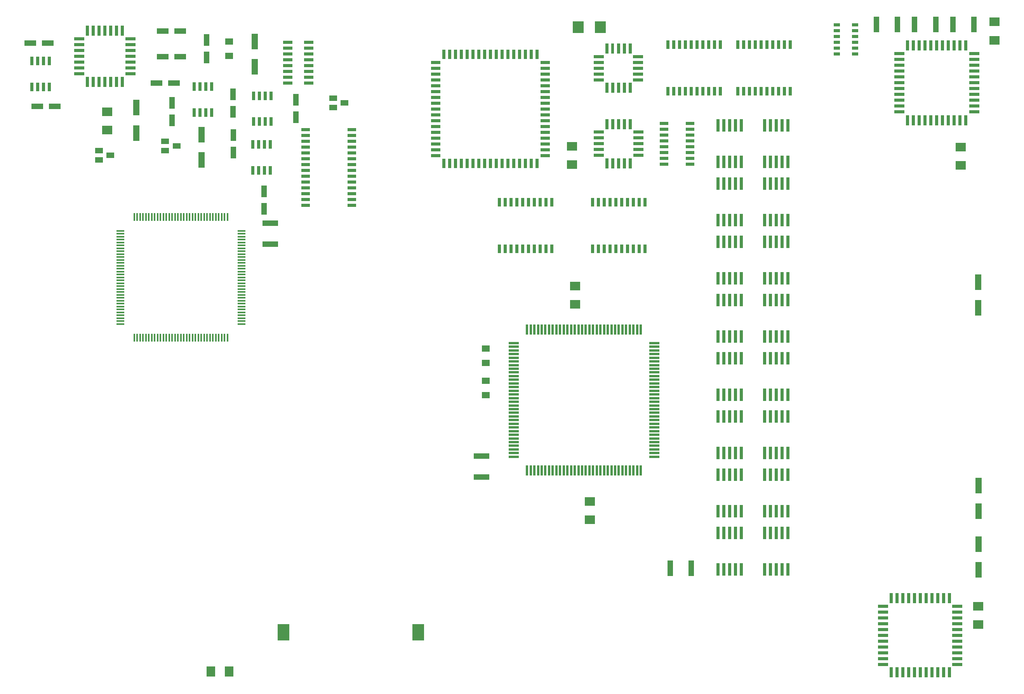
<source format=gbr>
%FSLAX34Y34*%
%MOMM*%
%LNSMDMASK_TOP*%
G71*
G01*
%ADD10R,0.640X2.200*%
%ADD11R,2.200X0.640*%
%ADD12R,0.700X2.800*%
%ADD13R,2.200X0.500*%
%ADD14R,0.500X2.200*%
%ADD15R,1.900X0.700*%
%ADD16R,0.700X1.900*%
%ADD17R,0.640X2.100*%
%ADD18R,2.100X0.640*%
%ADD19R,1.700X1.200*%
%ADD20R,0.450X1.800*%
%ADD21R,1.800X0.450*%
%ADD22R,1.400X3.400*%
%ADD23R,2.600X1.300*%
%ADD24R,1.300X2.600*%
%ADD25R,2.300X1.900*%
%ADD26R,1.900X2.300*%
%ADD27R,1.800X1.400*%
%ADD28R,2.400X2.600*%
%ADD29R,1.300X3.500*%
%ADD30R,3.500X1.300*%
%ADD31R,1.450X0.750*%
%ADD32R,2.100X0.800*%
%ADD33R,2.600X3.600*%
%LPD*%
X2074366Y622969D02*
G54D10*
D03*
X2087066Y622969D02*
G54D10*
D03*
X2099766Y622969D02*
G54D10*
D03*
X2112466Y622969D02*
G54D10*
D03*
X2125168Y622969D02*
G54D10*
D03*
X2137868Y622969D02*
G54D10*
D03*
X2155962Y641263D02*
G54D11*
D03*
X2155962Y653963D02*
G54D11*
D03*
X2155962Y666663D02*
G54D11*
D03*
X2155962Y679363D02*
G54D11*
D03*
X2155962Y692063D02*
G54D11*
D03*
X2155962Y704763D02*
G54D11*
D03*
X2155962Y717463D02*
G54D11*
D03*
X2155962Y730163D02*
G54D11*
D03*
X2155962Y742863D02*
G54D11*
D03*
X2155962Y755563D02*
G54D11*
D03*
X2155962Y768263D02*
G54D11*
D03*
X2137868Y786358D02*
G54D10*
D03*
X2125168Y786358D02*
G54D10*
D03*
X2112466Y786358D02*
G54D10*
D03*
X2099766Y786358D02*
G54D10*
D03*
X2087066Y786358D02*
G54D10*
D03*
X2074366Y786358D02*
G54D10*
D03*
X2061666Y786358D02*
G54D10*
D03*
X2048966Y786358D02*
G54D10*
D03*
X2036266Y786358D02*
G54D10*
D03*
X2023566Y786358D02*
G54D10*
D03*
X2010866Y786358D02*
G54D10*
D03*
X1992572Y768263D02*
G54D11*
D03*
X1992572Y755563D02*
G54D11*
D03*
X1992572Y742863D02*
G54D11*
D03*
X1992572Y730163D02*
G54D11*
D03*
X1992572Y717463D02*
G54D11*
D03*
X1992572Y704763D02*
G54D11*
D03*
X1992572Y692063D02*
G54D11*
D03*
X1992572Y679363D02*
G54D11*
D03*
X1992572Y666663D02*
G54D11*
D03*
X1992572Y653963D02*
G54D11*
D03*
X1992572Y641263D02*
G54D11*
D03*
X2010866Y622969D02*
G54D10*
D03*
X2023566Y622969D02*
G54D10*
D03*
X2036266Y622969D02*
G54D10*
D03*
X2048966Y622969D02*
G54D10*
D03*
X2061666Y622969D02*
G54D10*
D03*
X2119174Y-500464D02*
G54D11*
D03*
X2119174Y-487764D02*
G54D11*
D03*
X2119174Y-475064D02*
G54D11*
D03*
X2119174Y-462364D02*
G54D11*
D03*
X2119174Y-449664D02*
G54D11*
D03*
X2119174Y-436964D02*
G54D11*
D03*
X2101672Y-419464D02*
G54D10*
D03*
X2088973Y-419464D02*
G54D10*
D03*
X2076273Y-419464D02*
G54D10*
D03*
X2063573Y-419464D02*
G54D10*
D03*
X2050873Y-419464D02*
G54D10*
D03*
X2038173Y-419464D02*
G54D10*
D03*
X2025473Y-419464D02*
G54D10*
D03*
X2012773Y-419464D02*
G54D10*
D03*
X2000073Y-419464D02*
G54D10*
D03*
X1987373Y-419464D02*
G54D10*
D03*
X1974673Y-419464D02*
G54D10*
D03*
X1957173Y-436964D02*
G54D11*
D03*
X1957173Y-449664D02*
G54D11*
D03*
X1957173Y-462364D02*
G54D11*
D03*
X1957173Y-475064D02*
G54D11*
D03*
X1957173Y-487764D02*
G54D11*
D03*
X1957173Y-500464D02*
G54D11*
D03*
X1957173Y-513164D02*
G54D11*
D03*
X1957173Y-525864D02*
G54D11*
D03*
X1957173Y-538564D02*
G54D11*
D03*
X1957173Y-551264D02*
G54D11*
D03*
X1957173Y-563964D02*
G54D11*
D03*
X1974673Y-581464D02*
G54D10*
D03*
X1987373Y-581464D02*
G54D10*
D03*
X2000073Y-581464D02*
G54D10*
D03*
X2012773Y-581464D02*
G54D10*
D03*
X2025473Y-581464D02*
G54D10*
D03*
X2038173Y-581464D02*
G54D10*
D03*
X2050873Y-581464D02*
G54D10*
D03*
X2063573Y-581464D02*
G54D10*
D03*
X2076273Y-581464D02*
G54D10*
D03*
X2088973Y-581464D02*
G54D10*
D03*
X2101672Y-581464D02*
G54D10*
D03*
X2119174Y-563964D02*
G54D11*
D03*
X2119174Y-551264D02*
G54D11*
D03*
X2119174Y-538564D02*
G54D11*
D03*
X2119174Y-525864D02*
G54D11*
D03*
X2119174Y-513164D02*
G54D11*
D03*
X1597095Y531900D02*
G54D12*
D03*
X1609795Y531900D02*
G54D12*
D03*
X1622495Y531900D02*
G54D12*
D03*
X1635195Y531900D02*
G54D12*
D03*
X1647895Y531900D02*
G54D12*
D03*
X1698695Y531900D02*
G54D12*
D03*
X1711395Y531900D02*
G54D12*
D03*
X1724095Y531900D02*
G54D12*
D03*
X1736795Y531900D02*
G54D12*
D03*
X1749495Y531900D02*
G54D12*
D03*
X1749495Y611837D02*
G54D12*
D03*
X1736795Y611837D02*
G54D12*
D03*
X1724095Y611837D02*
G54D12*
D03*
X1711395Y611837D02*
G54D12*
D03*
X1698695Y611837D02*
G54D12*
D03*
X1647895Y611837D02*
G54D12*
D03*
X1635195Y611837D02*
G54D12*
D03*
X1622495Y611837D02*
G54D12*
D03*
X1609795Y611837D02*
G54D12*
D03*
X1597095Y611837D02*
G54D12*
D03*
X1597095Y404900D02*
G54D12*
D03*
X1609795Y404900D02*
G54D12*
D03*
X1622495Y404900D02*
G54D12*
D03*
X1635195Y404900D02*
G54D12*
D03*
X1647895Y404900D02*
G54D12*
D03*
X1698695Y404900D02*
G54D12*
D03*
X1711395Y404900D02*
G54D12*
D03*
X1724095Y404900D02*
G54D12*
D03*
X1736795Y404900D02*
G54D12*
D03*
X1749495Y404900D02*
G54D12*
D03*
X1749495Y484837D02*
G54D12*
D03*
X1736795Y484837D02*
G54D12*
D03*
X1724095Y484837D02*
G54D12*
D03*
X1711395Y484837D02*
G54D12*
D03*
X1698695Y484837D02*
G54D12*
D03*
X1647895Y484837D02*
G54D12*
D03*
X1635195Y484837D02*
G54D12*
D03*
X1622495Y484837D02*
G54D12*
D03*
X1609795Y484837D02*
G54D12*
D03*
X1597095Y484837D02*
G54D12*
D03*
X1597095Y277900D02*
G54D12*
D03*
X1609795Y277900D02*
G54D12*
D03*
X1622495Y277900D02*
G54D12*
D03*
X1635195Y277900D02*
G54D12*
D03*
X1647895Y277900D02*
G54D12*
D03*
X1698695Y277900D02*
G54D12*
D03*
X1711395Y277900D02*
G54D12*
D03*
X1724095Y277900D02*
G54D12*
D03*
X1736795Y277900D02*
G54D12*
D03*
X1749495Y277900D02*
G54D12*
D03*
X1749495Y357837D02*
G54D12*
D03*
X1736795Y357837D02*
G54D12*
D03*
X1724095Y357837D02*
G54D12*
D03*
X1711395Y357837D02*
G54D12*
D03*
X1698695Y357837D02*
G54D12*
D03*
X1647895Y357837D02*
G54D12*
D03*
X1635195Y357837D02*
G54D12*
D03*
X1622495Y357837D02*
G54D12*
D03*
X1609795Y357837D02*
G54D12*
D03*
X1597095Y357837D02*
G54D12*
D03*
X1597095Y150900D02*
G54D12*
D03*
X1609795Y150900D02*
G54D12*
D03*
X1622495Y150900D02*
G54D12*
D03*
X1635195Y150900D02*
G54D12*
D03*
X1647895Y150900D02*
G54D12*
D03*
X1698695Y150900D02*
G54D12*
D03*
X1711395Y150900D02*
G54D12*
D03*
X1724095Y150900D02*
G54D12*
D03*
X1736795Y150900D02*
G54D12*
D03*
X1749495Y150900D02*
G54D12*
D03*
X1749495Y230837D02*
G54D12*
D03*
X1736795Y230837D02*
G54D12*
D03*
X1724095Y230837D02*
G54D12*
D03*
X1711395Y230837D02*
G54D12*
D03*
X1698695Y230837D02*
G54D12*
D03*
X1647895Y230837D02*
G54D12*
D03*
X1635195Y230837D02*
G54D12*
D03*
X1622495Y230837D02*
G54D12*
D03*
X1609795Y230837D02*
G54D12*
D03*
X1597095Y230837D02*
G54D12*
D03*
X1597095Y23900D02*
G54D12*
D03*
X1609795Y23900D02*
G54D12*
D03*
X1622495Y23900D02*
G54D12*
D03*
X1635195Y23900D02*
G54D12*
D03*
X1647895Y23900D02*
G54D12*
D03*
X1698695Y23900D02*
G54D12*
D03*
X1711395Y23900D02*
G54D12*
D03*
X1724095Y23900D02*
G54D12*
D03*
X1736795Y23900D02*
G54D12*
D03*
X1749495Y23900D02*
G54D12*
D03*
X1749495Y103838D02*
G54D12*
D03*
X1736795Y103838D02*
G54D12*
D03*
X1724095Y103838D02*
G54D12*
D03*
X1711395Y103838D02*
G54D12*
D03*
X1698695Y103838D02*
G54D12*
D03*
X1647895Y103838D02*
G54D12*
D03*
X1635195Y103838D02*
G54D12*
D03*
X1622495Y103838D02*
G54D12*
D03*
X1609795Y103838D02*
G54D12*
D03*
X1597095Y103838D02*
G54D12*
D03*
X1597095Y-103100D02*
G54D12*
D03*
X1609795Y-103100D02*
G54D12*
D03*
X1622495Y-103100D02*
G54D12*
D03*
X1635195Y-103100D02*
G54D12*
D03*
X1647895Y-103100D02*
G54D12*
D03*
X1698695Y-103100D02*
G54D12*
D03*
X1711395Y-103100D02*
G54D12*
D03*
X1724095Y-103100D02*
G54D12*
D03*
X1736795Y-103100D02*
G54D12*
D03*
X1749495Y-103100D02*
G54D12*
D03*
X1749495Y-23162D02*
G54D12*
D03*
X1736795Y-23162D02*
G54D12*
D03*
X1724095Y-23162D02*
G54D12*
D03*
X1711395Y-23162D02*
G54D12*
D03*
X1698695Y-23162D02*
G54D12*
D03*
X1647895Y-23162D02*
G54D12*
D03*
X1635195Y-23162D02*
G54D12*
D03*
X1622495Y-23162D02*
G54D12*
D03*
X1609795Y-23162D02*
G54D12*
D03*
X1597095Y-23162D02*
G54D12*
D03*
X1597095Y-230100D02*
G54D12*
D03*
X1609795Y-230100D02*
G54D12*
D03*
X1622495Y-230100D02*
G54D12*
D03*
X1635195Y-230100D02*
G54D12*
D03*
X1647895Y-230100D02*
G54D12*
D03*
X1698695Y-230100D02*
G54D12*
D03*
X1711395Y-230100D02*
G54D12*
D03*
X1724095Y-230100D02*
G54D12*
D03*
X1736795Y-230100D02*
G54D12*
D03*
X1749495Y-230100D02*
G54D12*
D03*
X1749495Y-150162D02*
G54D12*
D03*
X1736795Y-150162D02*
G54D12*
D03*
X1724095Y-150162D02*
G54D12*
D03*
X1711395Y-150162D02*
G54D12*
D03*
X1698695Y-150162D02*
G54D12*
D03*
X1647895Y-150162D02*
G54D12*
D03*
X1635195Y-150162D02*
G54D12*
D03*
X1622495Y-150162D02*
G54D12*
D03*
X1609795Y-150162D02*
G54D12*
D03*
X1597095Y-150162D02*
G54D12*
D03*
X1597095Y-357100D02*
G54D12*
D03*
X1609795Y-357100D02*
G54D12*
D03*
X1622495Y-357100D02*
G54D12*
D03*
X1635195Y-357100D02*
G54D12*
D03*
X1647895Y-357100D02*
G54D12*
D03*
X1698695Y-357100D02*
G54D12*
D03*
X1711395Y-357100D02*
G54D12*
D03*
X1724095Y-357100D02*
G54D12*
D03*
X1736795Y-357100D02*
G54D12*
D03*
X1749495Y-357100D02*
G54D12*
D03*
X1749495Y-277163D02*
G54D12*
D03*
X1736795Y-277163D02*
G54D12*
D03*
X1724095Y-277163D02*
G54D12*
D03*
X1711395Y-277163D02*
G54D12*
D03*
X1698695Y-277163D02*
G54D12*
D03*
X1647895Y-277163D02*
G54D12*
D03*
X1635195Y-277163D02*
G54D12*
D03*
X1622495Y-277163D02*
G54D12*
D03*
X1609795Y-277163D02*
G54D12*
D03*
X1597095Y-277163D02*
G54D12*
D03*
X1151556Y136957D02*
G54D13*
D03*
X1151556Y128957D02*
G54D13*
D03*
X1151556Y120957D02*
G54D13*
D03*
X1151556Y112957D02*
G54D13*
D03*
X1151556Y104957D02*
G54D13*
D03*
X1151556Y96957D02*
G54D13*
D03*
X1151556Y88957D02*
G54D13*
D03*
X1151556Y80957D02*
G54D13*
D03*
X1151556Y72957D02*
G54D13*
D03*
X1151556Y64957D02*
G54D13*
D03*
X1151556Y56957D02*
G54D13*
D03*
X1151556Y48957D02*
G54D13*
D03*
X1151556Y40957D02*
G54D13*
D03*
X1151556Y32957D02*
G54D13*
D03*
X1151556Y24957D02*
G54D13*
D03*
X1151556Y16957D02*
G54D13*
D03*
X1151556Y8957D02*
G54D13*
D03*
X1151556Y957D02*
G54D13*
D03*
X1151556Y-7043D02*
G54D13*
D03*
X1151556Y-15044D02*
G54D13*
D03*
X1151556Y-23044D02*
G54D13*
D03*
X1151556Y-31044D02*
G54D13*
D03*
X1151556Y-39044D02*
G54D13*
D03*
X1151556Y-47044D02*
G54D13*
D03*
X1151556Y-55043D02*
G54D13*
D03*
X1151556Y-63043D02*
G54D13*
D03*
X1151556Y-71043D02*
G54D13*
D03*
X1151556Y-79043D02*
G54D13*
D03*
X1151556Y-87043D02*
G54D13*
D03*
X1151556Y-95043D02*
G54D13*
D03*
X1151556Y-103043D02*
G54D13*
D03*
X1151556Y-111043D02*
G54D13*
D03*
X1180937Y-140425D02*
G54D14*
D03*
X1188937Y-140425D02*
G54D14*
D03*
X1196937Y-140425D02*
G54D14*
D03*
X1204937Y-140425D02*
G54D14*
D03*
X1212937Y-140425D02*
G54D14*
D03*
X1220937Y-140425D02*
G54D14*
D03*
X1228937Y-140425D02*
G54D14*
D03*
X1236937Y-140425D02*
G54D14*
D03*
X1244937Y-140425D02*
G54D14*
D03*
X1252937Y-140425D02*
G54D14*
D03*
X1260937Y-140425D02*
G54D14*
D03*
X1268937Y-140425D02*
G54D14*
D03*
X1276937Y-140425D02*
G54D14*
D03*
X1284937Y-140425D02*
G54D14*
D03*
X1292937Y-140425D02*
G54D14*
D03*
X1300937Y-140425D02*
G54D14*
D03*
X1308937Y-140425D02*
G54D14*
D03*
X1316937Y-140425D02*
G54D14*
D03*
X1324937Y-140425D02*
G54D14*
D03*
X1332937Y-140425D02*
G54D14*
D03*
X1340937Y-140425D02*
G54D14*
D03*
X1348937Y-140425D02*
G54D14*
D03*
X1356937Y-140425D02*
G54D14*
D03*
X1364936Y-140425D02*
G54D14*
D03*
X1372936Y-140425D02*
G54D14*
D03*
X1380936Y-140425D02*
G54D14*
D03*
X1388936Y-140425D02*
G54D14*
D03*
X1396936Y-140425D02*
G54D14*
D03*
X1404936Y-140425D02*
G54D14*
D03*
X1412936Y-140425D02*
G54D14*
D03*
X1420936Y-140425D02*
G54D14*
D03*
X1428936Y-140425D02*
G54D14*
D03*
X1458318Y-111043D02*
G54D13*
D03*
X1458318Y-103043D02*
G54D13*
D03*
X1458318Y-95043D02*
G54D13*
D03*
X1458318Y-87043D02*
G54D13*
D03*
X1458318Y-79043D02*
G54D13*
D03*
X1458318Y-71043D02*
G54D13*
D03*
X1458318Y-63043D02*
G54D13*
D03*
X1458318Y-55043D02*
G54D13*
D03*
X1458318Y-47044D02*
G54D13*
D03*
X1458318Y-39044D02*
G54D13*
D03*
X1458318Y-31044D02*
G54D13*
D03*
X1458318Y-23044D02*
G54D13*
D03*
X1458318Y-15044D02*
G54D13*
D03*
X1458318Y-7043D02*
G54D13*
D03*
X1458318Y957D02*
G54D13*
D03*
X1458318Y8957D02*
G54D13*
D03*
X1458318Y16957D02*
G54D13*
D03*
X1458318Y24957D02*
G54D13*
D03*
X1458318Y32957D02*
G54D13*
D03*
X1458318Y40957D02*
G54D13*
D03*
X1458318Y48957D02*
G54D13*
D03*
X1458318Y56957D02*
G54D13*
D03*
X1458318Y64957D02*
G54D13*
D03*
X1458318Y72957D02*
G54D13*
D03*
X1458318Y80957D02*
G54D13*
D03*
X1458318Y88957D02*
G54D13*
D03*
X1458318Y96957D02*
G54D13*
D03*
X1458318Y104957D02*
G54D13*
D03*
X1458318Y112957D02*
G54D13*
D03*
X1458318Y120957D02*
G54D13*
D03*
X1458318Y128957D02*
G54D13*
D03*
X1458318Y136957D02*
G54D13*
D03*
X1428936Y166338D02*
G54D14*
D03*
X1420936Y166338D02*
G54D14*
D03*
X1412936Y166338D02*
G54D14*
D03*
X1404936Y166338D02*
G54D14*
D03*
X1396936Y166338D02*
G54D14*
D03*
X1388936Y166338D02*
G54D14*
D03*
X1380936Y166338D02*
G54D14*
D03*
X1372936Y166338D02*
G54D14*
D03*
X1364936Y166338D02*
G54D14*
D03*
X1356937Y166338D02*
G54D14*
D03*
X1348937Y166338D02*
G54D14*
D03*
X1340937Y166338D02*
G54D14*
D03*
X1332937Y166338D02*
G54D14*
D03*
X1324937Y166338D02*
G54D14*
D03*
X1316937Y166338D02*
G54D14*
D03*
X1308937Y166338D02*
G54D14*
D03*
X1300937Y166338D02*
G54D14*
D03*
X1292937Y166338D02*
G54D14*
D03*
X1284937Y166338D02*
G54D14*
D03*
X1276937Y166338D02*
G54D14*
D03*
X1268937Y166338D02*
G54D14*
D03*
X1260937Y166338D02*
G54D14*
D03*
X1252937Y166338D02*
G54D14*
D03*
X1244937Y166338D02*
G54D14*
D03*
X1236937Y166338D02*
G54D14*
D03*
X1228937Y166338D02*
G54D14*
D03*
X1220937Y166338D02*
G54D14*
D03*
X1212937Y166338D02*
G54D14*
D03*
X1204937Y166338D02*
G54D14*
D03*
X1196937Y166338D02*
G54D14*
D03*
X1188937Y166338D02*
G54D14*
D03*
X1180937Y166338D02*
G54D14*
D03*
X1380301Y614742D02*
G54D10*
D03*
X1367601Y614742D02*
G54D10*
D03*
X1354901Y614742D02*
G54D10*
D03*
X1337301Y597142D02*
G54D11*
D03*
X1337301Y584442D02*
G54D11*
D03*
X1337301Y571742D02*
G54D11*
D03*
X1337301Y559042D02*
G54D11*
D03*
X1337301Y546342D02*
G54D11*
D03*
X1354901Y528742D02*
G54D10*
D03*
X1367601Y528742D02*
G54D10*
D03*
X1380301Y528742D02*
G54D10*
D03*
X1393001Y528742D02*
G54D10*
D03*
X1405701Y528742D02*
G54D10*
D03*
X1423301Y546342D02*
G54D11*
D03*
X1423301Y559042D02*
G54D11*
D03*
X1423301Y571742D02*
G54D11*
D03*
X1423301Y584442D02*
G54D11*
D03*
X1423301Y597142D02*
G54D11*
D03*
X1405701Y614742D02*
G54D10*
D03*
X1393001Y614742D02*
G54D10*
D03*
X1380268Y693624D02*
G54D10*
D03*
X1392967Y693624D02*
G54D10*
D03*
X1405668Y693624D02*
G54D10*
D03*
X1423268Y711224D02*
G54D11*
D03*
X1423268Y723924D02*
G54D11*
D03*
X1423268Y736624D02*
G54D11*
D03*
X1423268Y749324D02*
G54D11*
D03*
X1423268Y762024D02*
G54D11*
D03*
X1405668Y779624D02*
G54D10*
D03*
X1392968Y779624D02*
G54D10*
D03*
X1380268Y779624D02*
G54D10*
D03*
G36*
X1364367Y790624D02*
X1370767Y790624D01*
X1370768Y768624D01*
X1364368Y768624D01*
X1364367Y790624D01*
G37*
X1354868Y779624D02*
G54D10*
D03*
X1337268Y762024D02*
G54D11*
D03*
X1337268Y749324D02*
G54D11*
D03*
X1337268Y736624D02*
G54D11*
D03*
X1337268Y723924D02*
G54D11*
D03*
X1337268Y711224D02*
G54D11*
D03*
X1354868Y693624D02*
G54D10*
D03*
X1367568Y693624D02*
G54D10*
D03*
X1535911Y527520D02*
G54D15*
D03*
X1535911Y540219D02*
G54D15*
D03*
X1535911Y552919D02*
G54D15*
D03*
X1535911Y565619D02*
G54D15*
D03*
X1535911Y578319D02*
G54D15*
D03*
X1535911Y591019D02*
G54D15*
D03*
X1535911Y603719D02*
G54D15*
D03*
X1535911Y616419D02*
G54D15*
D03*
X1479561Y616419D02*
G54D15*
D03*
X1479561Y603719D02*
G54D15*
D03*
X1479561Y591019D02*
G54D15*
D03*
X1479561Y578319D02*
G54D15*
D03*
X1479561Y565619D02*
G54D15*
D03*
X1479561Y552919D02*
G54D15*
D03*
X1479561Y540219D02*
G54D15*
D03*
X1479561Y527520D02*
G54D15*
D03*
X1488227Y686072D02*
G54D16*
D03*
X1500927Y686072D02*
G54D16*
D03*
X1513627Y686072D02*
G54D16*
D03*
X1526327Y686072D02*
G54D16*
D03*
X1539027Y686072D02*
G54D16*
D03*
X1551727Y686072D02*
G54D16*
D03*
X1564427Y686072D02*
G54D16*
D03*
X1577127Y686072D02*
G54D16*
D03*
X1589827Y686072D02*
G54D16*
D03*
X1602527Y686072D02*
G54D16*
D03*
X1602527Y787598D02*
G54D16*
D03*
X1589827Y787598D02*
G54D16*
D03*
X1577127Y787598D02*
G54D16*
D03*
X1564427Y787598D02*
G54D16*
D03*
X1551727Y787598D02*
G54D16*
D03*
X1539027Y787598D02*
G54D16*
D03*
X1526327Y787598D02*
G54D16*
D03*
X1513627Y787598D02*
G54D16*
D03*
X1500927Y787598D02*
G54D16*
D03*
X1488227Y787598D02*
G54D16*
D03*
X1640627Y686072D02*
G54D16*
D03*
X1653327Y686072D02*
G54D16*
D03*
X1666027Y686072D02*
G54D16*
D03*
X1678727Y686072D02*
G54D16*
D03*
X1691427Y686072D02*
G54D16*
D03*
X1704127Y686072D02*
G54D16*
D03*
X1716827Y686072D02*
G54D16*
D03*
X1729527Y686072D02*
G54D16*
D03*
X1742227Y686072D02*
G54D16*
D03*
X1754927Y686072D02*
G54D16*
D03*
X1754927Y787598D02*
G54D16*
D03*
X1742227Y787598D02*
G54D16*
D03*
X1729527Y787598D02*
G54D16*
D03*
X1716827Y787598D02*
G54D16*
D03*
X1704127Y787598D02*
G54D16*
D03*
X1691427Y787598D02*
G54D16*
D03*
X1678727Y787598D02*
G54D16*
D03*
X1666027Y787598D02*
G54D16*
D03*
X1653327Y787598D02*
G54D16*
D03*
X1640627Y787598D02*
G54D16*
D03*
X1100818Y528526D02*
G54D17*
D03*
X1113518Y528526D02*
G54D17*
D03*
X1126218Y528526D02*
G54D17*
D03*
X1138918Y528526D02*
G54D17*
D03*
X1151618Y528526D02*
G54D17*
D03*
X1164318Y528526D02*
G54D17*
D03*
X1177018Y528526D02*
G54D17*
D03*
X1189718Y528526D02*
G54D17*
D03*
X1202418Y528526D02*
G54D17*
D03*
X1220215Y546124D02*
G54D18*
D03*
X1220215Y558824D02*
G54D18*
D03*
X1220215Y571524D02*
G54D18*
D03*
X1220215Y584224D02*
G54D18*
D03*
X1220215Y596924D02*
G54D18*
D03*
X1220215Y609624D02*
G54D18*
D03*
X1220215Y622324D02*
G54D18*
D03*
X1220215Y635024D02*
G54D18*
D03*
X1220215Y647724D02*
G54D18*
D03*
X1220215Y660424D02*
G54D18*
D03*
X1220215Y673124D02*
G54D18*
D03*
X1220215Y685824D02*
G54D18*
D03*
X1220215Y698524D02*
G54D18*
D03*
X1220215Y711224D02*
G54D18*
D03*
X1220215Y723924D02*
G54D18*
D03*
X1220215Y736624D02*
G54D18*
D03*
X1220215Y749324D02*
G54D18*
D03*
X1202418Y767120D02*
G54D17*
D03*
X1189718Y767120D02*
G54D17*
D03*
X1177018Y767120D02*
G54D17*
D03*
X1164318Y767120D02*
G54D17*
D03*
X1151618Y767120D02*
G54D17*
D03*
X1138918Y767120D02*
G54D17*
D03*
X1126218Y767120D02*
G54D17*
D03*
X1113518Y767120D02*
G54D17*
D03*
X1100818Y767120D02*
G54D17*
D03*
X1088118Y767120D02*
G54D17*
D03*
X1075418Y767120D02*
G54D17*
D03*
X1062718Y767120D02*
G54D17*
D03*
X1050018Y767120D02*
G54D17*
D03*
X1037318Y767120D02*
G54D17*
D03*
X1024618Y767120D02*
G54D17*
D03*
X1011918Y767120D02*
G54D17*
D03*
X999218Y767120D02*
G54D17*
D03*
X981421Y749324D02*
G54D18*
D03*
X981421Y736624D02*
G54D18*
D03*
X981421Y723924D02*
G54D18*
D03*
X981421Y711224D02*
G54D18*
D03*
X981421Y698524D02*
G54D18*
D03*
X981421Y685824D02*
G54D18*
D03*
X981421Y673124D02*
G54D18*
D03*
X981421Y660424D02*
G54D18*
D03*
X981421Y647724D02*
G54D18*
D03*
X981421Y635024D02*
G54D18*
D03*
X981421Y622324D02*
G54D18*
D03*
X981421Y609624D02*
G54D18*
D03*
X981421Y596924D02*
G54D18*
D03*
X981421Y584224D02*
G54D18*
D03*
X981421Y571524D02*
G54D18*
D03*
X981421Y558824D02*
G54D18*
D03*
X981421Y546124D02*
G54D18*
D03*
X999218Y528526D02*
G54D17*
D03*
X1011918Y528526D02*
G54D17*
D03*
X1024618Y528526D02*
G54D17*
D03*
X1037318Y528526D02*
G54D17*
D03*
X1050018Y528526D02*
G54D17*
D03*
X1062718Y528526D02*
G54D17*
D03*
X1075418Y528526D02*
G54D17*
D03*
X1088118Y528526D02*
G54D17*
D03*
X1120673Y342958D02*
G54D16*
D03*
X1133373Y342958D02*
G54D16*
D03*
X1146073Y342958D02*
G54D16*
D03*
X1158773Y342958D02*
G54D16*
D03*
X1171473Y342958D02*
G54D16*
D03*
X1184173Y342958D02*
G54D16*
D03*
X1196873Y342958D02*
G54D16*
D03*
X1209573Y342958D02*
G54D16*
D03*
X1222273Y342958D02*
G54D16*
D03*
X1234973Y342958D02*
G54D16*
D03*
X1234973Y444482D02*
G54D16*
D03*
X1222273Y444482D02*
G54D16*
D03*
X1209573Y444482D02*
G54D16*
D03*
X1196873Y444482D02*
G54D16*
D03*
X1184173Y444482D02*
G54D16*
D03*
X1171473Y444482D02*
G54D16*
D03*
X1158773Y444482D02*
G54D16*
D03*
X1146073Y444482D02*
G54D16*
D03*
X1133373Y444482D02*
G54D16*
D03*
X1120673Y444482D02*
G54D16*
D03*
X1323873Y342958D02*
G54D16*
D03*
X1336573Y342958D02*
G54D16*
D03*
X1349273Y342958D02*
G54D16*
D03*
X1361973Y342958D02*
G54D16*
D03*
X1374673Y342958D02*
G54D16*
D03*
X1387373Y342958D02*
G54D16*
D03*
X1400073Y342958D02*
G54D16*
D03*
X1412773Y342958D02*
G54D16*
D03*
X1425473Y342958D02*
G54D16*
D03*
X1438173Y342958D02*
G54D16*
D03*
X1438173Y444482D02*
G54D16*
D03*
X1425473Y444482D02*
G54D16*
D03*
X1412773Y444482D02*
G54D16*
D03*
X1400073Y444482D02*
G54D16*
D03*
X1387373Y444482D02*
G54D16*
D03*
X1374673Y444482D02*
G54D16*
D03*
X1361973Y444482D02*
G54D16*
D03*
X1349273Y444482D02*
G54D16*
D03*
X1336573Y444482D02*
G54D16*
D03*
X1323873Y444482D02*
G54D16*
D03*
X798947Y437728D02*
G54D15*
D03*
X798947Y450428D02*
G54D15*
D03*
X798947Y463128D02*
G54D15*
D03*
X798947Y475828D02*
G54D15*
D03*
X798947Y488528D02*
G54D15*
D03*
X798947Y501228D02*
G54D15*
D03*
X798947Y513928D02*
G54D15*
D03*
X798947Y526628D02*
G54D15*
D03*
X798947Y539328D02*
G54D15*
D03*
X798947Y552028D02*
G54D15*
D03*
X798947Y564728D02*
G54D15*
D03*
X798947Y577427D02*
G54D15*
D03*
X798947Y590126D02*
G54D15*
D03*
X798947Y602826D02*
G54D15*
D03*
X698185Y602826D02*
G54D15*
D03*
X698185Y590126D02*
G54D15*
D03*
X698185Y577427D02*
G54D15*
D03*
X698185Y564728D02*
G54D15*
D03*
X698185Y552028D02*
G54D15*
D03*
X698185Y539328D02*
G54D15*
D03*
X698185Y526628D02*
G54D15*
D03*
X698185Y513928D02*
G54D15*
D03*
X698185Y501228D02*
G54D15*
D03*
X698185Y488528D02*
G54D15*
D03*
X698185Y475828D02*
G54D15*
D03*
X698185Y463128D02*
G54D15*
D03*
X698185Y450428D02*
G54D15*
D03*
X698185Y437728D02*
G54D15*
D03*
X316121Y762608D02*
G54D11*
D03*
X316121Y775308D02*
G54D11*
D03*
X316121Y788008D02*
G54D11*
D03*
X316121Y800708D02*
G54D11*
D03*
X298221Y818608D02*
G54D10*
D03*
X285521Y818608D02*
G54D10*
D03*
X272821Y818608D02*
G54D10*
D03*
X260121Y818608D02*
G54D10*
D03*
X247421Y818608D02*
G54D10*
D03*
X234721Y818608D02*
G54D10*
D03*
X222021Y818608D02*
G54D10*
D03*
X204121Y800708D02*
G54D11*
D03*
X204121Y788008D02*
G54D11*
D03*
X204121Y775308D02*
G54D11*
D03*
X204121Y762608D02*
G54D11*
D03*
X204121Y749908D02*
G54D11*
D03*
X204121Y737208D02*
G54D11*
D03*
X204121Y724508D02*
G54D11*
D03*
X222021Y706608D02*
G54D10*
D03*
X234721Y706608D02*
G54D10*
D03*
X247421Y706608D02*
G54D10*
D03*
X260121Y706608D02*
G54D10*
D03*
X272821Y706608D02*
G54D10*
D03*
X285521Y706608D02*
G54D10*
D03*
X298221Y706608D02*
G54D10*
D03*
X316121Y724508D02*
G54D11*
D03*
X316121Y737208D02*
G54D11*
D03*
X316121Y749908D02*
G54D11*
D03*
X139010Y751972D02*
G54D16*
D03*
X126310Y751972D02*
G54D16*
D03*
X113610Y751972D02*
G54D16*
D03*
X100910Y751972D02*
G54D16*
D03*
X100910Y695622D02*
G54D16*
D03*
X113610Y695622D02*
G54D16*
D03*
X126310Y695622D02*
G54D16*
D03*
X139010Y695622D02*
G54D16*
D03*
X492919Y696365D02*
G54D16*
D03*
X480219Y696365D02*
G54D16*
D03*
X467519Y696365D02*
G54D16*
D03*
X454819Y696365D02*
G54D16*
D03*
X454819Y640015D02*
G54D16*
D03*
X467519Y640015D02*
G54D16*
D03*
X480219Y640015D02*
G54D16*
D03*
X492919Y640015D02*
G54D16*
D03*
X582613Y513809D02*
G54D16*
D03*
X595313Y513809D02*
G54D16*
D03*
X608013Y513809D02*
G54D16*
D03*
X620713Y513809D02*
G54D16*
D03*
X620713Y570159D02*
G54D16*
D03*
X608013Y570159D02*
G54D16*
D03*
X595313Y570159D02*
G54D16*
D03*
X582613Y570159D02*
G54D16*
D03*
X584994Y620171D02*
G54D16*
D03*
X597694Y620171D02*
G54D16*
D03*
X610394Y620171D02*
G54D16*
D03*
X623094Y620171D02*
G54D16*
D03*
X623094Y676521D02*
G54D16*
D03*
X610394Y676521D02*
G54D16*
D03*
X597694Y676521D02*
G54D16*
D03*
X584994Y676521D02*
G54D16*
D03*
X757863Y670772D02*
G54D19*
D03*
X757863Y650772D02*
G54D19*
D03*
X782625Y660772D02*
G54D19*
D03*
X391944Y577110D02*
G54D19*
D03*
X391944Y557110D02*
G54D19*
D03*
X416706Y567110D02*
G54D19*
D03*
X247879Y556869D02*
G54D19*
D03*
X247879Y536869D02*
G54D19*
D03*
X272641Y546869D02*
G54D19*
D03*
X324416Y148354D02*
G54D20*
D03*
X330816Y148354D02*
G54D20*
D03*
X337116Y148354D02*
G54D20*
D03*
X343416Y148354D02*
G54D20*
D03*
X349816Y148354D02*
G54D20*
D03*
X356216Y148354D02*
G54D20*
D03*
X362516Y148354D02*
G54D20*
D03*
X368816Y148354D02*
G54D20*
D03*
X375216Y148354D02*
G54D20*
D03*
X381616Y148354D02*
G54D20*
D03*
X387916Y148354D02*
G54D20*
D03*
X394216Y148354D02*
G54D20*
D03*
X400616Y148354D02*
G54D20*
D03*
X407016Y148354D02*
G54D20*
D03*
X413316Y148354D02*
G54D20*
D03*
X419616Y148354D02*
G54D20*
D03*
X426016Y148354D02*
G54D20*
D03*
X432416Y148354D02*
G54D20*
D03*
X438716Y148354D02*
G54D20*
D03*
X445016Y148354D02*
G54D20*
D03*
X451416Y148354D02*
G54D20*
D03*
X457816Y148354D02*
G54D20*
D03*
X464116Y148354D02*
G54D20*
D03*
X470416Y148354D02*
G54D20*
D03*
X476816Y148354D02*
G54D20*
D03*
X483216Y148354D02*
G54D20*
D03*
X489516Y148354D02*
G54D20*
D03*
X495816Y148354D02*
G54D20*
D03*
X502216Y148354D02*
G54D20*
D03*
X508616Y148354D02*
G54D20*
D03*
X514916Y148354D02*
G54D20*
D03*
X521216Y148354D02*
G54D20*
D03*
X527616Y148354D02*
G54D20*
D03*
X558016Y178754D02*
G54D21*
D03*
X558016Y185154D02*
G54D21*
D03*
X558016Y191454D02*
G54D21*
D03*
X558016Y197754D02*
G54D21*
D03*
X558016Y204154D02*
G54D21*
D03*
X558016Y210554D02*
G54D21*
D03*
X558016Y216854D02*
G54D21*
D03*
X558016Y223154D02*
G54D21*
D03*
X558016Y229554D02*
G54D21*
D03*
X558016Y235954D02*
G54D21*
D03*
X558016Y242254D02*
G54D21*
D03*
X558016Y248554D02*
G54D21*
D03*
X558016Y254954D02*
G54D21*
D03*
X558016Y261354D02*
G54D21*
D03*
X558016Y267654D02*
G54D21*
D03*
X558016Y273954D02*
G54D21*
D03*
X558016Y280354D02*
G54D21*
D03*
X558016Y286754D02*
G54D21*
D03*
X558016Y293054D02*
G54D21*
D03*
X558016Y299354D02*
G54D21*
D03*
X558016Y305754D02*
G54D21*
D03*
X558016Y312154D02*
G54D21*
D03*
X558016Y318454D02*
G54D21*
D03*
X558016Y324754D02*
G54D21*
D03*
X558016Y331154D02*
G54D21*
D03*
X558016Y337554D02*
G54D21*
D03*
X558016Y343854D02*
G54D21*
D03*
X558016Y350154D02*
G54D21*
D03*
X558016Y356554D02*
G54D21*
D03*
X558016Y362954D02*
G54D21*
D03*
X558016Y369254D02*
G54D21*
D03*
X558016Y375554D02*
G54D21*
D03*
X558016Y381954D02*
G54D21*
D03*
X527616Y412354D02*
G54D20*
D03*
X521216Y412354D02*
G54D20*
D03*
X514916Y412354D02*
G54D20*
D03*
X508616Y412354D02*
G54D20*
D03*
X502216Y412354D02*
G54D20*
D03*
X495816Y412354D02*
G54D20*
D03*
X489516Y412354D02*
G54D20*
D03*
X483216Y412354D02*
G54D20*
D03*
X476816Y412354D02*
G54D20*
D03*
X470416Y412354D02*
G54D20*
D03*
X464116Y412354D02*
G54D20*
D03*
X457816Y412354D02*
G54D20*
D03*
X451416Y412354D02*
G54D20*
D03*
X445016Y412354D02*
G54D20*
D03*
X438716Y412354D02*
G54D20*
D03*
X432416Y412354D02*
G54D20*
D03*
X426016Y412354D02*
G54D20*
D03*
X419616Y412354D02*
G54D20*
D03*
X413316Y412354D02*
G54D20*
D03*
X407016Y412354D02*
G54D20*
D03*
X400616Y412354D02*
G54D20*
D03*
X394216Y412354D02*
G54D20*
D03*
X387916Y412354D02*
G54D20*
D03*
X381616Y412354D02*
G54D20*
D03*
X375216Y412354D02*
G54D20*
D03*
X368816Y412354D02*
G54D20*
D03*
X362516Y412354D02*
G54D20*
D03*
X356216Y412354D02*
G54D20*
D03*
X349816Y412354D02*
G54D20*
D03*
X343416Y412354D02*
G54D20*
D03*
X337116Y412354D02*
G54D20*
D03*
X330816Y412354D02*
G54D20*
D03*
X324416Y412354D02*
G54D20*
D03*
X294016Y381954D02*
G54D21*
D03*
X294016Y375554D02*
G54D21*
D03*
X294016Y369254D02*
G54D21*
D03*
X294016Y362954D02*
G54D21*
D03*
X294016Y356554D02*
G54D21*
D03*
X294016Y350154D02*
G54D21*
D03*
X294016Y343854D02*
G54D21*
D03*
X294016Y337554D02*
G54D21*
D03*
X294016Y331154D02*
G54D21*
D03*
X294016Y324754D02*
G54D21*
D03*
X294016Y318454D02*
G54D21*
D03*
X294016Y312154D02*
G54D21*
D03*
X294016Y305754D02*
G54D21*
D03*
X294016Y299354D02*
G54D21*
D03*
X294016Y293054D02*
G54D21*
D03*
X294016Y286754D02*
G54D21*
D03*
X294016Y280354D02*
G54D21*
D03*
X294016Y273954D02*
G54D21*
D03*
X294016Y267654D02*
G54D21*
D03*
X294016Y261354D02*
G54D21*
D03*
X294016Y254954D02*
G54D21*
D03*
X294016Y248554D02*
G54D21*
D03*
X294016Y242254D02*
G54D21*
D03*
X294016Y235954D02*
G54D21*
D03*
X294016Y229554D02*
G54D21*
D03*
X294016Y223154D02*
G54D21*
D03*
X294016Y216854D02*
G54D21*
D03*
X294016Y210554D02*
G54D21*
D03*
X294016Y204154D02*
G54D21*
D03*
X294016Y197754D02*
G54D21*
D03*
X294016Y191454D02*
G54D21*
D03*
X294016Y185154D02*
G54D21*
D03*
X294016Y178754D02*
G54D21*
D03*
X2165079Y-301638D02*
G54D22*
D03*
X2165079Y-357200D02*
G54D22*
D03*
X2165079Y-174242D02*
G54D22*
D03*
X2165079Y-229804D02*
G54D22*
D03*
X2164520Y213950D02*
G54D22*
D03*
X2164520Y269513D02*
G54D22*
D03*
X471451Y536213D02*
G54D22*
D03*
X471451Y591775D02*
G54D22*
D03*
X329126Y650860D02*
G54D22*
D03*
X329126Y595298D02*
G54D22*
D03*
X587491Y794925D02*
G54D22*
D03*
X587491Y739363D02*
G54D22*
D03*
X136074Y791046D02*
G54D23*
D03*
X97974Y791046D02*
G54D23*
D03*
X113056Y653330D02*
G54D23*
D03*
X151156Y653330D02*
G54D23*
D03*
X406831Y660848D02*
G54D24*
D03*
X406831Y622748D02*
G54D24*
D03*
X410712Y704130D02*
G54D23*
D03*
X372612Y704130D02*
G54D23*
D03*
X424999Y761677D02*
G54D23*
D03*
X386899Y761677D02*
G54D23*
D03*
X424999Y817636D02*
G54D23*
D03*
X386899Y817636D02*
G54D23*
D03*
X481840Y798166D02*
G54D24*
D03*
X481840Y760066D02*
G54D24*
D03*
X540181Y679898D02*
G54D24*
D03*
X540181Y641798D02*
G54D24*
D03*
X540975Y590998D02*
G54D24*
D03*
X540975Y552898D02*
G54D24*
D03*
X677205Y629765D02*
G54D24*
D03*
X677205Y667865D02*
G54D24*
D03*
X607650Y467966D02*
G54D24*
D03*
X607650Y429866D02*
G54D24*
D03*
X2164716Y-476710D02*
G54D25*
D03*
X2164716Y-436810D02*
G54D25*
D03*
X1317817Y-208187D02*
G54D25*
D03*
X1317817Y-248087D02*
G54D25*
D03*
X1285637Y221393D02*
G54D25*
D03*
X1285637Y261293D02*
G54D25*
D03*
X2200038Y797656D02*
G54D25*
D03*
X2200038Y837556D02*
G54D25*
D03*
X265668Y601996D02*
G54D25*
D03*
X265668Y641896D02*
G54D25*
D03*
X531709Y-579004D02*
G54D26*
D03*
X491809Y-579004D02*
G54D26*
D03*
X2126368Y564356D02*
G54D25*
D03*
X2126368Y524456D02*
G54D25*
D03*
X1278924Y566116D02*
G54D25*
D03*
X1278924Y526216D02*
G54D25*
D03*
X1091308Y54715D02*
G54D27*
D03*
X1091308Y23540D02*
G54D27*
D03*
X1091308Y124962D02*
G54D27*
D03*
X1091308Y93787D02*
G54D27*
D03*
X530921Y794887D02*
G54D27*
D03*
X530921Y763712D02*
G54D27*
D03*
X1292867Y826091D02*
G54D28*
D03*
X1340491Y826091D02*
G54D28*
D03*
X1942703Y832048D02*
G54D29*
D03*
X1988740Y832048D02*
G54D29*
D03*
X2026047Y832048D02*
G54D29*
D03*
X2072084Y832048D02*
G54D29*
D03*
X2109394Y832048D02*
G54D29*
D03*
X2155438Y832048D02*
G54D29*
D03*
X1082003Y-109402D02*
G54D30*
D03*
X1082003Y-155439D02*
G54D30*
D03*
X620834Y398598D02*
G54D30*
D03*
X620834Y352561D02*
G54D30*
D03*
X1539221Y-354070D02*
G54D29*
D03*
X1493183Y-354070D02*
G54D29*
D03*
X1856582Y831454D02*
G54D31*
D03*
X1856582Y793354D02*
G54D31*
D03*
X1856582Y806054D02*
G54D31*
D03*
X1856582Y818754D02*
G54D31*
D03*
X1856582Y767954D02*
G54D31*
D03*
X1856582Y780654D02*
G54D31*
D03*
X1896270Y831454D02*
G54D31*
D03*
X1896270Y793354D02*
G54D31*
D03*
X1896270Y806054D02*
G54D31*
D03*
X1896270Y818754D02*
G54D31*
D03*
X1896270Y767954D02*
G54D31*
D03*
X1896270Y780654D02*
G54D31*
D03*
X659010Y792956D02*
G54D32*
D03*
X659010Y780256D02*
G54D32*
D03*
X659010Y767556D02*
G54D32*
D03*
X659010Y754856D02*
G54D32*
D03*
X659010Y742156D02*
G54D32*
D03*
X659010Y729456D02*
G54D32*
D03*
X659010Y716756D02*
G54D32*
D03*
X659010Y704056D02*
G54D32*
D03*
X705048Y792956D02*
G54D32*
D03*
X705048Y780256D02*
G54D32*
D03*
X705048Y767556D02*
G54D32*
D03*
X705048Y754856D02*
G54D32*
D03*
X705048Y742156D02*
G54D32*
D03*
X705048Y729456D02*
G54D32*
D03*
X705048Y716756D02*
G54D32*
D03*
X705048Y704056D02*
G54D32*
D03*
X943570Y-493712D02*
G54D33*
D03*
X650279Y-493712D02*
G54D33*
D03*
M02*

</source>
